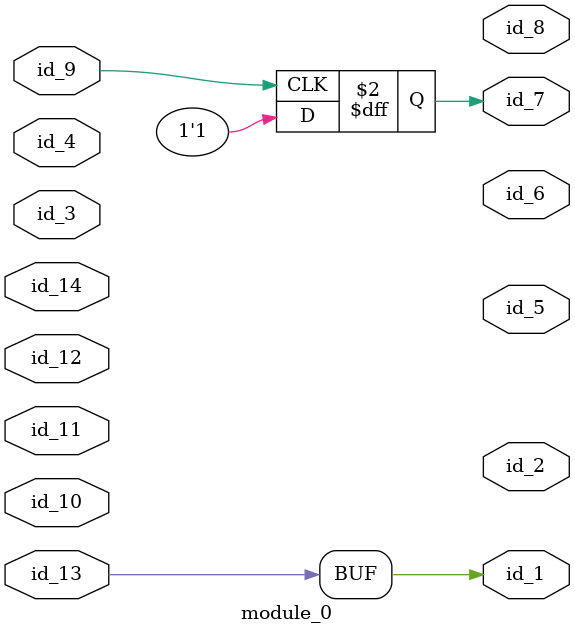
<source format=v>
module module_0 (
    id_1,
    id_2,
    id_3,
    id_4,
    id_5,
    id_6,
    id_7,
    id_8,
    id_9,
    id_10,
    id_11,
    id_12,
    id_13,
    id_14
);
  input id_14;
  input id_13;
  input id_12;
  input id_11;
  inout id_10;
  inout id_9;
  output id_8;
  output id_7;
  output id_6;
  output id_5;
  input id_4;
  input id_3;
  output id_2;
  output id_1;
  assign id_1 = id_13;
  always @(posedge id_9) id_7 <= 1;
endmodule

</source>
